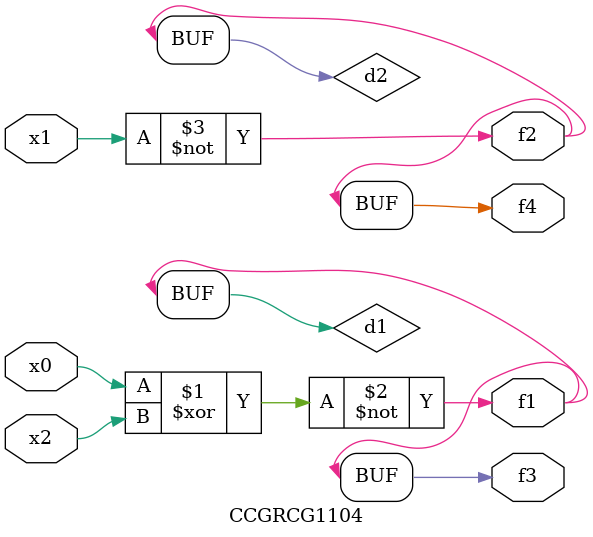
<source format=v>
module CCGRCG1104(
	input x0, x1, x2,
	output f1, f2, f3, f4
);

	wire d1, d2, d3;

	xnor (d1, x0, x2);
	nand (d2, x1);
	nor (d3, x1, x2);
	assign f1 = d1;
	assign f2 = d2;
	assign f3 = d1;
	assign f4 = d2;
endmodule

</source>
